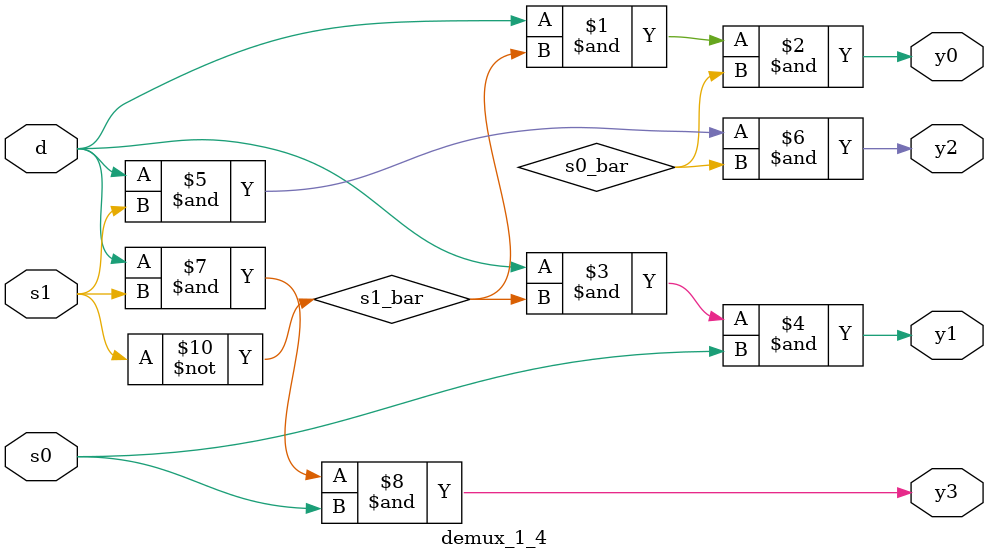
<source format=v>
module  demux_1_4 (
input d,
input s0, s1,
output y0, y1, y2, y3
);
wire so_bar, s1_bar;

not (so_bar, s0);
not (s1_bar, s1);

and (y0, d, s1_bar, s0_bar);
and (y1, d, s1_bar, s0);
and (y2, d, s1, s0_bar);
and (y3, d, s1, s0);
endmodule


</source>
